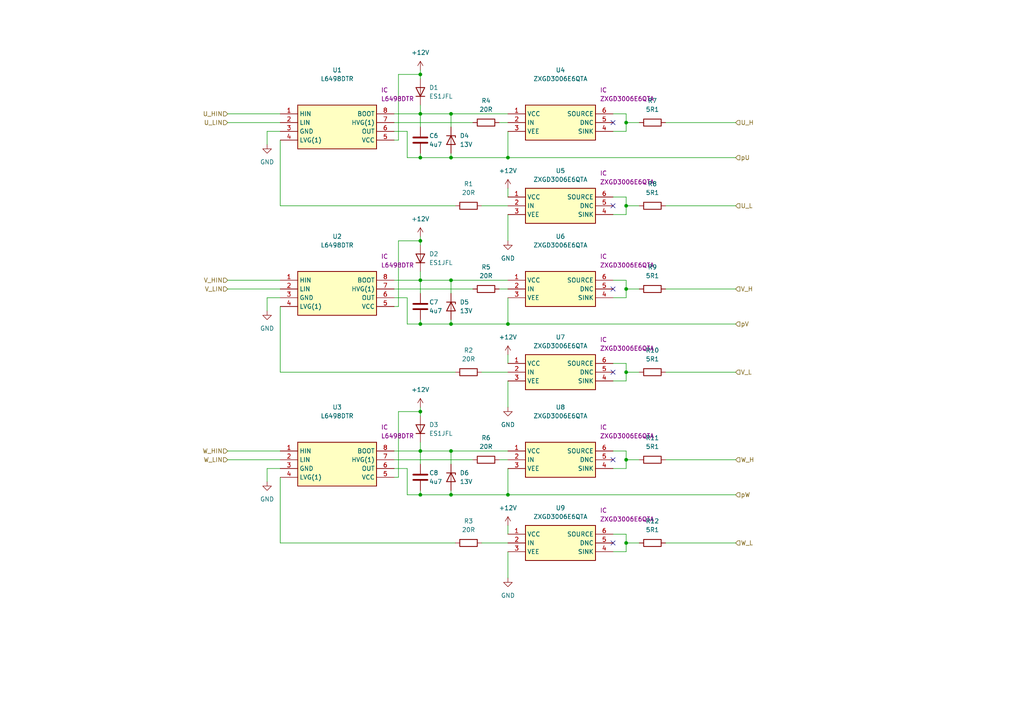
<source format=kicad_sch>
(kicad_sch (version 20211123) (generator eeschema)
  (paper "A4")
  (lib_symbols
    (symbol "Device:C" (pin_numbers hide) (pin_names (offset 0.254))
      (property "Reference" "C" (at 0.635 2.54 0))
      (property "Value" "C" (at 0.635 -2.54 0))
      (symbol "C_0_1"
        (polyline (pts (xy -2.032 -0.762) (xy 2.032 -0.762)) (stroke (width 0.508)))
        (polyline (pts (xy -2.032 0.762) (xy 2.032 0.762)) (stroke (width 0.508)))
      )
      (symbol "C_1_1"
        (pin passive line (at 0 3.81 270) (length 2.794) (name "~") (number "1"))
        (pin passive line (at 0 -3.81 90) (length 2.794) (name "~") (number "2"))
      )
    )
    (symbol "Device:D" (pin_numbers hide) (pin_names (offset 1.016) hide)
      (property "Reference" "D" (at 0 2.54 0))
      (property "Value" "D" (at 0 -2.54 0))
      (symbol "D_0_1"
        (polyline (pts (xy -1.27 1.27) (xy -1.27 -1.27)) (stroke (width 0.254)))
        (polyline (pts (xy 1.27 0) (xy -1.27 0)))
        (polyline (pts (xy 1.27 1.27) (xy 1.27 -1.27) (xy -1.27 0) (xy 1.27 1.27)) (stroke (width 0.254)))
      )
      (symbol "D_1_1"
        (pin passive line (at -3.81 0 0) (length 2.54) (name "K") (number "1"))
        (pin passive line (at 3.81 0 180) (length 2.54) (name "A") (number "2"))
      )
    )
    (symbol "Device:D_Zener" (pin_numbers hide) (pin_names (offset 1.016) hide)
      (property "Reference" "D" (at 0 2.54 0))
      (property "Value" "D_Zener" (at 0 -2.54 0))
      (symbol "D_Zener_0_1"
        (polyline (pts (xy 1.27 0) (xy -1.27 0)))
        (polyline (pts (xy -1.27 -1.27) (xy -1.27 1.27) (xy -0.762 1.27)) (stroke (width 0.254)))
        (polyline (pts (xy 1.27 -1.27) (xy 1.27 1.27) (xy -1.27 0) (xy 1.27 -1.27)) (stroke (width 0.254)))
      )
      (symbol "D_Zener_1_1"
        (pin passive line (at -3.81 0 0) (length 2.54) (name "K") (number "1"))
        (pin passive line (at 3.81 0 180) (length 2.54) (name "A") (number "2"))
      )
    )
    (symbol "Device:R" (pin_numbers hide) (pin_names (offset 0))
      (property "Reference" "R" (at 2.032 0 90))
      (property "Value" "R" (at 0 0 90))
      (symbol "R_0_1"
        (rectangle (start -1.016 -2.54) (end 1.016 2.54) (stroke (width 0.254)))
      )
      (symbol "R_1_1"
        (pin passive line (at 0 3.81 270) (length 1.27) (name "~") (number "1"))
        (pin passive line (at 0 -3.81 90) (length 1.27) (name "~") (number "2"))
      )
    )
    (symbol "MAG_Gate_Drivers:L6498DTR"
      (property "Value" "L6498DTR" (at 0 0 0))
      (property "Reference_1" "IC" (at 29.21 7.62 0))
      (property "Value_1" "L6498DTR" (at 29.21 5.08 0))
      (symbol "L6498DTR_1_1"
        (rectangle (start 5.08 2.54) (end 27.94 -10.16) (stroke (width 0.254)) (fill (type background)))
        (pin passive line (at 0 0 0) (length 5.08) (name "HIN") (number "1"))
        (pin passive line (at 0 -2.54 0) (length 5.08) (name "LIN") (number "2"))
        (pin passive line (at 0 -5.08 0) (length 5.08) (name "GND") (number "3"))
        (pin passive line (at 0 -7.62 0) (length 5.08) (name "LVG(1)") (number "4"))
        (pin passive line (at 33.02 -7.62 180) (length 5.08) (name "VCC") (number "5"))
        (pin passive line (at 33.02 -5.08 180) (length 5.08) (name "OUT") (number "6"))
        (pin passive line (at 33.02 -2.54 180) (length 5.08) (name "HVG(1)") (number "7"))
        (pin passive line (at 33.02 0 180) (length 5.08) (name "BOOT") (number "8"))
      )
    )
    (symbol "MAG_Gate_Drivers:ZXGD3006E6QTA"
      (property "Value" "ZXGD3006E6QTA" (at 0 0 0))
      (property "Reference_1" "IC" (at 26.67 7.62 0))
      (property "Value_1" "ZXGD3006E6QTA" (at 26.67 5.08 0))
      (symbol "ZXGD3006E6QTA_1_1"
        (rectangle (start 5.08 2.54) (end 25.4 -7.62) (stroke (width 0.254)) (fill (type background)))
        (pin passive line (at 0 0 0) (length 5.08) (name "VCC") (number "1"))
        (pin passive line (at 0 -2.54 0) (length 5.08) (name "IN") (number "2"))
        (pin passive line (at 0 -5.08 0) (length 5.08) (name "VEE") (number "3"))
        (pin passive line (at 30.48 -5.08 180) (length 5.08) (name "SINK") (number "4"))
        (pin passive line (at 30.48 -2.54 180) (length 5.08) (name "DNC") (number "5"))
        (pin passive line (at 30.48 0 180) (length 5.08) (name "SOURCE") (number "6"))
      )
    )
    (symbol "power:+12V" (power) (pin_names (offset 0))
      (property "Value" "+12V" (at 0 3.556 0))
      (symbol "+12V_0_1"
        (polyline (pts (xy -0.762 1.27) (xy 0 2.54)))
        (polyline (pts (xy 0 0) (xy 0 2.54)))
        (polyline (pts (xy 0 2.54) (xy 0.762 1.27)))
      )
      (symbol "+12V_1_1"
        (pin power_in line (at 0 0 90) (length 0) hide (name "+12V") (number "1"))
      )
    )
    (symbol "power:GND" (power) (pin_names (offset 0))
      (property "Value" "GND" (at 0 -3.81 0))
      (symbol "GND_0_1"
        (polyline (pts (xy 0 0) (xy 0 -1.27) (xy 1.27 -1.27) (xy 0 -2.54) (xy -1.27 -1.27) (xy 0 -1.27)))
      )
      (symbol "GND_1_1"
        (pin power_in line (at 0 0 270) (length 0) hide (name "GND") (number "1"))
      )
    )
  )
  (junction (at 147.32 93.98))
  (junction (at 130.81 81.28))
  (junction (at 181.61 133.35))
  (junction (at 121.92 81.28))
  (junction (at 121.92 45.72))
  (junction (at 130.81 93.98))
  (junction (at 130.81 45.72))
  (junction (at 181.61 107.95))
  (junction (at 181.61 59.69))
  (junction (at 181.61 157.48))
  (junction (at 121.92 21.59))
  (junction (at 121.92 33.02))
  (junction (at 121.92 93.98))
  (junction (at 121.92 143.51))
  (junction (at 130.81 130.81))
  (junction (at 147.32 143.51))
  (junction (at 130.81 143.51))
  (junction (at 121.92 119.38))
  (junction (at 130.81 33.02))
  (junction (at 121.92 130.81))
  (junction (at 147.32 45.72))
  (junction (at 121.92 69.85))
  (junction (at 181.61 83.82))
  (junction (at 181.61 35.56))
  (no_connect (at 177.8 157.48))
  (no_connect (at 177.8 35.56))
  (no_connect (at 177.8 133.35))
  (no_connect (at 177.8 59.69))
  (no_connect (at 177.8 83.82))
  (no_connect (at 177.8 107.95))
  (wire (pts (xy 185.42 83.82) (xy 181.61 83.82)))
  (wire (pts (xy 147.32 38.1) (xy 147.32 45.72)))
  (wire (pts (xy 121.92 69.85) (xy 121.92 71.12)))
  (wire (pts (xy 147.32 143.51) (xy 213.36 143.51)))
  (wire (pts (xy 115.57 21.59) (xy 121.92 21.59)))
  (wire (pts (xy 130.81 143.51) (xy 147.32 143.51)))
  (wire (pts (xy 130.81 33.02) (xy 130.81 36.83)))
  (wire (pts (xy 139.7 59.69) (xy 147.32 59.69)))
  (wire (pts (xy 115.57 88.9) (xy 115.57 69.85)))
  (wire (pts (xy 193.04 107.95) (xy 213.36 107.95)))
  (wire (pts (xy 177.8 57.15) (xy 181.61 57.15)))
  (wire (pts (xy 177.8 135.89) (xy 181.61 135.89)))
  (wire (pts (xy 121.92 143.51) (xy 130.81 143.51)))
  (wire (pts (xy 114.3 130.81) (xy 121.92 130.81)))
  (wire (pts (xy 81.28 135.89) (xy 77.47 135.89)))
  (wire (pts (xy 114.3 86.36) (xy 118.11 86.36)))
  (wire (pts (xy 118.11 86.36) (xy 118.11 93.98)))
  (wire (pts (xy 114.3 33.02) (xy 121.92 33.02)))
  (wire (pts (xy 66.04 83.82) (xy 81.28 83.82)))
  (wire (pts (xy 132.08 107.95) (xy 81.28 107.95)))
  (wire (pts (xy 114.3 35.56) (xy 137.16 35.56)))
  (wire (pts (xy 181.61 107.95) (xy 181.61 105.41)))
  (wire (pts (xy 147.32 45.72) (xy 213.36 45.72)))
  (wire (pts (xy 193.04 157.48) (xy 213.36 157.48)))
  (wire (pts (xy 147.32 93.98) (xy 213.36 93.98)))
  (wire (pts (xy 147.32 62.23) (xy 147.32 69.85)))
  (wire (pts (xy 177.8 154.94) (xy 181.61 154.94)))
  (wire (pts (xy 185.42 107.95) (xy 181.61 107.95)))
  (wire (pts (xy 130.81 93.98) (xy 147.32 93.98)))
  (wire (pts (xy 81.28 86.36) (xy 77.47 86.36)))
  (wire (pts (xy 185.42 35.56) (xy 181.61 35.56)))
  (wire (pts (xy 181.61 133.35) (xy 181.61 130.81)))
  (wire (pts (xy 121.92 130.81) (xy 121.92 134.62)))
  (wire (pts (xy 121.92 21.59) (xy 121.92 22.86)))
  (wire (pts (xy 114.3 135.89) (xy 118.11 135.89)))
  (wire (pts (xy 130.81 92.71) (xy 130.81 93.98)))
  (wire (pts (xy 81.28 107.95) (xy 81.28 88.9)))
  (wire (pts (xy 193.04 83.82) (xy 213.36 83.82)))
  (wire (pts (xy 114.3 138.43) (xy 115.57 138.43)))
  (wire (pts (xy 193.04 133.35) (xy 213.36 133.35)))
  (wire (pts (xy 181.61 62.23) (xy 181.61 59.69)))
  (wire (pts (xy 185.42 157.48) (xy 181.61 157.48)))
  (wire (pts (xy 139.7 107.95) (xy 147.32 107.95)))
  (wire (pts (xy 115.57 138.43) (xy 115.57 119.38)))
  (wire (pts (xy 147.32 135.89) (xy 147.32 143.51)))
  (wire (pts (xy 181.61 135.89) (xy 181.61 133.35)))
  (wire (pts (xy 118.11 135.89) (xy 118.11 143.51)))
  (wire (pts (xy 118.11 38.1) (xy 118.11 45.72)))
  (wire (pts (xy 181.61 38.1) (xy 181.61 35.56)))
  (wire (pts (xy 177.8 130.81) (xy 181.61 130.81)))
  (wire (pts (xy 115.57 40.64) (xy 115.57 21.59)))
  (wire (pts (xy 121.92 93.98) (xy 130.81 93.98)))
  (wire (pts (xy 114.3 88.9) (xy 115.57 88.9)))
  (wire (pts (xy 121.92 81.28) (xy 130.81 81.28)))
  (wire (pts (xy 77.47 135.89) (xy 77.47 139.7)))
  (wire (pts (xy 130.81 33.02) (xy 147.32 33.02)))
  (wire (pts (xy 130.81 44.45) (xy 130.81 45.72)))
  (wire (pts (xy 81.28 59.69) (xy 81.28 40.64)))
  (wire (pts (xy 144.78 83.82) (xy 147.32 83.82)))
  (wire (pts (xy 177.8 110.49) (xy 181.61 110.49)))
  (wire (pts (xy 147.32 160.02) (xy 147.32 167.64)))
  (wire (pts (xy 130.81 81.28) (xy 147.32 81.28)))
  (wire (pts (xy 177.8 160.02) (xy 181.61 160.02)))
  (wire (pts (xy 181.61 157.48) (xy 181.61 154.94)))
  (wire (pts (xy 193.04 35.56) (xy 213.36 35.56)))
  (wire (pts (xy 147.32 86.36) (xy 147.32 93.98)))
  (wire (pts (xy 144.78 133.35) (xy 147.32 133.35)))
  (wire (pts (xy 181.61 110.49) (xy 181.61 107.95)))
  (wire (pts (xy 181.61 83.82) (xy 181.61 81.28)))
  (wire (pts (xy 121.92 81.28) (xy 121.92 85.09)))
  (wire (pts (xy 118.11 45.72) (xy 121.92 45.72)))
  (wire (pts (xy 139.7 157.48) (xy 147.32 157.48)))
  (wire (pts (xy 114.3 83.82) (xy 137.16 83.82)))
  (wire (pts (xy 121.92 33.02) (xy 130.81 33.02)))
  (wire (pts (xy 177.8 38.1) (xy 181.61 38.1)))
  (wire (pts (xy 177.8 86.36) (xy 181.61 86.36)))
  (wire (pts (xy 177.8 33.02) (xy 181.61 33.02)))
  (wire (pts (xy 132.08 59.69) (xy 81.28 59.69)))
  (wire (pts (xy 193.04 59.69) (xy 213.36 59.69)))
  (wire (pts (xy 121.92 45.72) (xy 130.81 45.72)))
  (wire (pts (xy 81.28 38.1) (xy 77.47 38.1)))
  (wire (pts (xy 147.32 102.87) (xy 147.32 105.41)))
  (wire (pts (xy 132.08 157.48) (xy 81.28 157.48)))
  (wire (pts (xy 121.92 130.81) (xy 130.81 130.81)))
  (wire (pts (xy 114.3 133.35) (xy 137.16 133.35)))
  (wire (pts (xy 147.32 110.49) (xy 147.32 118.11)))
  (wire (pts (xy 114.3 40.64) (xy 115.57 40.64)))
  (wire (pts (xy 121.92 44.45) (xy 121.92 45.72)))
  (wire (pts (xy 177.8 62.23) (xy 181.61 62.23)))
  (wire (pts (xy 115.57 69.85) (xy 121.92 69.85)))
  (wire (pts (xy 81.28 157.48) (xy 81.28 138.43)))
  (wire (pts (xy 130.81 45.72) (xy 147.32 45.72)))
  (wire (pts (xy 181.61 160.02) (xy 181.61 157.48)))
  (wire (pts (xy 66.04 133.35) (xy 81.28 133.35)))
  (wire (pts (xy 121.92 92.71) (xy 121.92 93.98)))
  (wire (pts (xy 121.92 142.24) (xy 121.92 143.51)))
  (wire (pts (xy 147.32 152.4) (xy 147.32 154.94)))
  (wire (pts (xy 181.61 86.36) (xy 181.61 83.82)))
  (wire (pts (xy 118.11 93.98) (xy 121.92 93.98)))
  (wire (pts (xy 130.81 130.81) (xy 147.32 130.81)))
  (wire (pts (xy 77.47 38.1) (xy 77.47 41.91)))
  (wire (pts (xy 121.92 119.38) (xy 121.92 120.65)))
  (wire (pts (xy 114.3 81.28) (xy 121.92 81.28)))
  (wire (pts (xy 66.04 33.02) (xy 81.28 33.02)))
  (wire (pts (xy 121.92 33.02) (xy 121.92 36.83)))
  (wire (pts (xy 77.47 86.36) (xy 77.47 90.17)))
  (wire (pts (xy 181.61 35.56) (xy 181.61 33.02)))
  (wire (pts (xy 66.04 130.81) (xy 81.28 130.81)))
  (wire (pts (xy 185.42 133.35) (xy 181.61 133.35)))
  (wire (pts (xy 130.81 81.28) (xy 130.81 85.09)))
  (wire (pts (xy 147.32 54.61) (xy 147.32 57.15)))
  (wire (pts (xy 185.42 59.69) (xy 181.61 59.69)))
  (wire (pts (xy 114.3 38.1) (xy 118.11 38.1)))
  (wire (pts (xy 118.11 143.51) (xy 121.92 143.51)))
  (wire (pts (xy 121.92 118.11) (xy 121.92 119.38)))
  (wire (pts (xy 66.04 81.28) (xy 81.28 81.28)))
  (wire (pts (xy 144.78 35.56) (xy 147.32 35.56)))
  (wire (pts (xy 121.92 20.32) (xy 121.92 21.59)))
  (wire (pts (xy 130.81 142.24) (xy 130.81 143.51)))
  (wire (pts (xy 121.92 128.27) (xy 121.92 130.81)))
  (wire (pts (xy 66.04 35.56) (xy 81.28 35.56)))
  (wire (pts (xy 177.8 81.28) (xy 181.61 81.28)))
  (wire (pts (xy 181.61 59.69) (xy 181.61 57.15)))
  (wire (pts (xy 177.8 105.41) (xy 181.61 105.41)))
  (wire (pts (xy 121.92 30.48) (xy 121.92 33.02)))
  (wire (pts (xy 130.81 130.81) (xy 130.81 134.62)))
  (wire (pts (xy 121.92 78.74) (xy 121.92 81.28)))
  (wire (pts (xy 115.57 119.38) (xy 121.92 119.38)))
  (wire (pts (xy 121.92 68.58) (xy 121.92 69.85)))
  (hierarchical_label "pU" (shape input) (at 213.36 45.72 0))
  (hierarchical_label "W_H" (shape input) (at 213.36 133.35 0))
  (hierarchical_label "W_L" (shape input) (at 213.36 157.48 0))
  (hierarchical_label "pV" (shape input) (at 213.36 93.98 0))
  (hierarchical_label "V_HIN" (shape input) (at 66.04 81.28 180))
  (hierarchical_label "pW" (shape input) (at 213.36 143.51 0))
  (hierarchical_label "V_LIN" (shape input) (at 66.04 83.82 180))
  (hierarchical_label "V_L" (shape input) (at 213.36 107.95 0))
  (hierarchical_label "V_H" (shape input) (at 213.36 83.82 0))
  (hierarchical_label "W_HIN" (shape input) (at 66.04 130.81 180))
  (hierarchical_label "U_H" (shape input) (at 213.36 35.56 0))
  (hierarchical_label "U_HIN" (shape input) (at 66.04 33.02 180))
  (hierarchical_label "W_LIN" (shape input) (at 66.04 133.35 180))
  (hierarchical_label "U_LIN" (shape input) (at 66.04 35.56 180))
  (hierarchical_label "U_L" (shape input) (at 213.36 59.69 0))
  (symbol (lib_id "Device:R") (at 140.97 133.35 90) (unit 1)
    (property "Reference" "R6" (at 140.97 127 90))
    (property "Value" "20R" (at 140.97 129.54 90))
    (property "Footprint" "Resistor_SMD:R_0603_1608Metric" (effects hide))
  )
  (symbol (lib_id "Device:C") (at 121.92 138.43 0) (unit 1)
    (property "Reference" "C8" (at 124.46 137.16 0) (effects (justify left)))
    (property "Value" "4u7" (at 124.46 139.7 0) (effects (justify left)))
    (property "Footprint" "Capacitor_SMD:C_0603_1608Metric" (effects hide))
    (property "Manufacturer_Name" "Murata" (effects hide))
    (property "Manufacturer_Part_Number" "GRT188C81E475KE13D " (effects hide))
  )
  (symbol (lib_id "Device:R") (at 189.23 59.69 90) (unit 1)
    (property "Reference" "R8" (at 189.23 53.34 90))
    (property "Value" "5R1" (at 189.23 55.88 90))
    (property "Footprint" "Resistor_SMD:R_0805_2012Metric" (effects hide))
  )
  (symbol (lib_id "power:+12V") (at 147.32 54.61 0) (unit 1)
    (property "Reference" "#PWR0115" (effects hide))
    (property "Value" "+12V" (at 147.32 49.53 0))
  )
  (symbol (lib_id "Device:R") (at 189.23 35.56 90) (unit 1)
    (property "Reference" "R7" (at 189.23 29.21 90))
    (property "Value" "5R1" (at 189.23 31.75 90))
    (property "Footprint" "Resistor_SMD:R_0805_2012Metric" (effects hide))
  )
  (symbol (lib_id "Device:R") (at 189.23 107.95 90) (unit 1)
    (property "Reference" "R10" (at 189.23 101.6 90))
    (property "Value" "5R1" (at 189.23 104.14 90))
    (property "Footprint" "Resistor_SMD:R_0805_2012Metric" (effects hide))
  )
  (symbol (lib_id "MAG_Gate_Drivers:ZXGD3006E6QTA") (at 147.32 81.28 0) (unit 1)
    (property "Reference" "U6" (at 162.56 68.58 0))
    (property "Value" "ZXGD3006E6QTA" (at 162.56 71.12 0))
    (property "Footprint" "MAG_Gate_Drivers:SOT95P285X140-6N" (effects hide))
    (property "Reference_1" "IC" (at 173.99 73.66 0) (effects (justify left top)))
    (property "Value_1" "ZXGD3006E6QTA" (at 173.99 76.2 0) (effects (justify left top)))
    (property "Footprint_1" "SOT95P285X140-6N" (effects hide))
    (property "Datasheet_1" "https://www.diodes.com/assets/Datasheets/ZXGD3006E6.pdf" (effects hide))
    (property "Height" "1.4" (effects hide))
    (property "Mouser Part Number" "621-ZXGD3006E6QTA" (effects hide))
    (property "Mouser Price/Stock" "https://www.mouser.co.uk/ProductDetail/Diodes-Incorporated/ZXGD3006E6QTA?qs=%252Bk6%2F5FB6qrkSqHfjmaZYTQ%3D%3D" (effects hide))
    (property "Manufacturer_Name" "Diodes Inc." (effects hide))
    (property "Manufacturer_Part_Number" "ZXGD3006E6QTA" (effects hide))
  )
  (symbol (lib_id "MAG_Gate_Drivers:ZXGD3006E6QTA") (at 147.32 33.02 0) (unit 1)
    (property "Reference" "U4" (at 162.56 20.32 0))
    (property "Value" "ZXGD3006E6QTA" (at 162.56 22.86 0))
    (property "Footprint" "MAG_Gate_Drivers:SOT95P285X140-6N" (effects hide))
    (property "Reference_1" "IC" (at 173.99 25.4 0) (effects (justify left top)))
    (property "Value_1" "ZXGD3006E6QTA" (at 173.99 27.94 0) (effects (justify left top)))
    (property "Footprint_1" "SOT95P285X140-6N" (effects hide))
    (property "Datasheet_1" "https://www.diodes.com/assets/Datasheets/ZXGD3006E6.pdf" (effects hide))
    (property "Height" "1.4" (effects hide))
    (property "Mouser Part Number" "621-ZXGD3006E6QTA" (effects hide))
    (property "Mouser Price/Stock" "https://www.mouser.co.uk/ProductDetail/Diodes-Incorporated/ZXGD3006E6QTA?qs=%252Bk6%2F5FB6qrkSqHfjmaZYTQ%3D%3D" (effects hide))
    (property "Manufacturer_Name" "Diodes Inc." (effects hide))
    (property "Manufacturer_Part_Number" "ZXGD3006E6QTA" (effects hide))
  )
  (symbol (lib_id "Device:D") (at 121.92 26.67 90) (unit 1)
    (property "Reference" "D1" (at 124.46 25.3999 90) (effects (justify right)))
    (property "Value" "ES1JFL" (at 124.46 27.9399 90) (effects (justify right)))
    (property "Footprint" "Diode_SMD:D_SOD-123F" (effects hide))
  )
  (symbol (lib_id "MAG_Gate_Drivers:ZXGD3006E6QTA") (at 147.32 105.41 0) (unit 1)
    (property "Reference" "U7" (at 162.56 97.79 0))
    (property "Value" "ZXGD3006E6QTA" (at 162.56 100.33 0))
    (property "Footprint" "MAG_Gate_Drivers:SOT95P285X140-6N" (effects hide))
    (property "Reference_1" "IC" (at 173.99 97.79 0) (effects (justify left top)))
    (property "Value_1" "ZXGD3006E6QTA" (at 173.99 100.33 0) (effects (justify left top)))
    (property "Footprint_1" "SOT95P285X140-6N" (effects hide))
    (property "Datasheet_1" "https://www.diodes.com/assets/Datasheets/ZXGD3006E6.pdf" (effects hide))
    (property "Height" "1.4" (effects hide))
    (property "Mouser Part Number" "621-ZXGD3006E6QTA" (effects hide))
    (property "Mouser Price/Stock" "https://www.mouser.co.uk/ProductDetail/Diodes-Incorporated/ZXGD3006E6QTA?qs=%252Bk6%2F5FB6qrkSqHfjmaZYTQ%3D%3D" (effects hide))
    (property "Manufacturer_Name" "Diodes Inc." (effects hide))
    (property "Manufacturer_Part_Number" "ZXGD3006E6QTA" (effects hide))
  )
  (symbol (lib_id "power:+12V") (at 147.32 152.4 0) (unit 1)
    (property "Reference" "#PWR0116" (effects hide))
    (property "Value" "+12V" (at 147.32 147.32 0))
  )
  (symbol (lib_id "Device:D_Zener") (at 130.81 40.64 270) (unit 1)
    (property "Reference" "D4" (at 133.35 39.3699 90) (effects (justify left)))
    (property "Value" "13V" (at 133.35 41.9099 90) (effects (justify left)))
    (property "Footprint" "Diode_SMD:D_SOD-523" (effects hide))
  )
  (symbol (lib_id "Device:R") (at 140.97 35.56 90) (unit 1)
    (property "Reference" "R4" (at 140.97 29.21 90))
    (property "Value" "20R" (at 140.97 31.75 90))
    (property "Footprint" "Resistor_SMD:R_0603_1608Metric" (effects hide))
  )
  (symbol (lib_id "MAG_Gate_Drivers:L6498DTR") (at 81.28 33.02 0) (unit 1)
    (property "Reference" "U1" (at 97.79 20.32 0))
    (property "Value" "L6498DTR" (at 97.79 22.86 0))
    (property "Footprint" "MAG_Gate_Drivers:SOT127P600X175-8N" (effects hide))
    (property "Reference_1" "IC" (at 110.49 25.4 0) (effects (justify left top)))
    (property "Value_1" "L6498DTR" (at 110.49 27.94 0) (effects (justify left top)))
    (property "Footprint_1" "SOT127P600X175-8N" (effects hide))
    (property "Datasheet_1" "https://componentsearchengine.com/Datasheets/1/L6498DTR.pdf" (effects hide))
    (property "Height" "1.75" (effects hide))
    (property "Mouser Part Number" "511-L6498DTR" (effects hide))
    (property "Mouser Price/Stock" "https://www.mouser.co.uk/ProductDetail/STMicroelectronics/L6498DTR?qs=1mbolxNpo8cBQ4gaQBVxYA%3D%3D" (effects hide))
    (property "Manufacturer_Name" "STMicroelectronics" (effects hide))
    (property "Manufacturer_Part_Number" "L6498DTR" (effects hide))
  )
  (symbol (lib_id "Device:R") (at 189.23 157.48 90) (unit 1)
    (property "Reference" "R12" (at 189.23 151.13 90))
    (property "Value" "5R1" (at 189.23 153.67 90))
    (property "Footprint" "Resistor_SMD:R_0805_2012Metric" (effects hide))
  )
  (symbol (lib_id "power:GND") (at 77.47 90.17 0) (unit 1)
    (property "Reference" "#PWR0110" (effects hide))
    (property "Value" "GND" (at 77.47 95.25 0))
  )
  (symbol (lib_id "power:GND") (at 147.32 118.11 0) (unit 1)
    (property "Reference" "#PWR0117" (effects hide))
    (property "Value" "GND" (at 147.32 123.19 0))
  )
  (symbol (lib_id "Device:R") (at 135.89 157.48 90) (unit 1)
    (property "Reference" "R3" (at 135.89 151.13 90))
    (property "Value" "20R" (at 135.89 153.67 90))
    (property "Footprint" "Resistor_SMD:R_0603_1608Metric" (effects hide))
  )
  (symbol (lib_id "Device:D_Zener") (at 130.81 138.43 270) (unit 1)
    (property "Reference" "D6" (at 133.35 137.1599 90) (effects (justify left)))
    (property "Value" "13V" (at 133.35 139.6999 90) (effects (justify left)))
    (property "Footprint" "Diode_SMD:D_SOD-523" (effects hide))
  )
  (symbol (lib_id "Device:D_Zener") (at 130.81 88.9 270) (unit 1)
    (property "Reference" "D5" (at 133.35 87.6299 90) (effects (justify left)))
    (property "Value" "13V" (at 133.35 90.1699 90) (effects (justify left)))
    (property "Footprint" "Diode_SMD:D_SOD-523" (effects hide))
  )
  (symbol (lib_id "power:GND") (at 147.32 69.85 0) (unit 1)
    (property "Reference" "#PWR0113" (effects hide))
    (property "Value" "GND" (at 147.32 74.93 0))
  )
  (symbol (lib_id "MAG_Gate_Drivers:L6498DTR") (at 81.28 81.28 0) (unit 1)
    (property "Reference" "U2" (at 97.79 68.58 0))
    (property "Value" "L6498DTR" (at 97.79 71.12 0))
    (property "Footprint" "MAG_Gate_Drivers:SOT127P600X175-8N" (effects hide))
    (property "Reference_1" "IC" (at 110.49 73.66 0) (effects (justify left top)))
    (property "Value_1" "L6498DTR" (at 110.49 76.2 0) (effects (justify left top)))
    (property "Footprint_1" "SOT127P600X175-8N" (effects hide))
    (property "Datasheet_1" "https://componentsearchengine.com/Datasheets/1/L6498DTR.pdf" (effects hide))
    (property "Height" "1.75" (effects hide))
    (property "Mouser Part Number" "511-L6498DTR" (effects hide))
    (property "Mouser Price/Stock" "https://www.mouser.co.uk/ProductDetail/STMicroelectronics/L6498DTR?qs=1mbolxNpo8cBQ4gaQBVxYA%3D%3D" (effects hide))
    (property "Manufacturer_Name" "STMicroelectronics" (effects hide))
    (property "Manufacturer_Part_Number" "L6498DTR" (effects hide))
  )
  (symbol (lib_id "MAG_Gate_Drivers:ZXGD3006E6QTA") (at 147.32 154.94 0) (unit 1)
    (property "Reference" "U9" (at 162.56 147.32 0))
    (property "Value" "ZXGD3006E6QTA" (at 162.56 149.86 0))
    (property "Footprint" "MAG_Gate_Drivers:SOT95P285X140-6N" (effects hide))
    (property "Reference_1" "IC" (at 173.99 147.32 0) (effects (justify left top)))
    (property "Value_1" "ZXGD3006E6QTA" (at 173.99 149.86 0) (effects (justify left top)))
    (property "Footprint_1" "SOT95P285X140-6N" (effects hide))
    (property "Datasheet_1" "https://www.diodes.com/assets/Datasheets/ZXGD3006E6.pdf" (effects hide))
    (property "Height" "1.4" (effects hide))
    (property "Mouser Part Number" "621-ZXGD3006E6QTA" (effects hide))
    (property "Mouser Price/Stock" "https://www.mouser.co.uk/ProductDetail/Diodes-Incorporated/ZXGD3006E6QTA?qs=%252Bk6%2F5FB6qrkSqHfjmaZYTQ%3D%3D" (effects hide))
    (property "Manufacturer_Name" "Diodes Inc." (effects hide))
    (property "Manufacturer_Part_Number" "ZXGD3006E6QTA" (effects hide))
  )
  (symbol (lib_id "power:+12V") (at 121.92 68.58 0) (unit 1)
    (property "Reference" "#PWR0114" (effects hide))
    (property "Value" "+12V" (at 121.92 63.5 0))
  )
  (symbol (lib_id "Device:R") (at 135.89 59.69 90) (unit 1)
    (property "Reference" "R1" (at 135.89 53.34 90))
    (property "Value" "20R" (at 135.89 55.88 90))
    (property "Footprint" "Resistor_SMD:R_0603_1608Metric" (effects hide))
  )
  (symbol (lib_id "power:+12V") (at 121.92 20.32 0) (unit 1)
    (property "Reference" "#PWR0119" (effects hide))
    (property "Value" "+12V" (at 121.92 15.24 0))
  )
  (symbol (lib_id "Device:R") (at 189.23 133.35 90) (unit 1)
    (property "Reference" "R11" (at 189.23 127 90))
    (property "Value" "5R1" (at 189.23 129.54 90))
    (property "Footprint" "Resistor_SMD:R_0805_2012Metric" (effects hide))
  )
  (symbol (lib_id "Device:D") (at 121.92 74.93 90) (unit 1)
    (property "Reference" "D2" (at 124.46 73.6599 90) (effects (justify right)))
    (property "Value" "ES1JFL" (at 124.46 76.1999 90) (effects (justify right)))
    (property "Footprint" "Diode_SMD:D_SOD-123F" (effects hide))
  )
  (symbol (lib_id "Device:D") (at 121.92 124.46 90) (unit 1)
    (property "Reference" "D3" (at 124.46 123.1899 90) (effects (justify right)))
    (property "Value" "ES1JFL" (at 124.46 125.7299 90) (effects (justify right)))
    (property "Footprint" "Diode_SMD:D_SOD-123F" (effects hide))
  )
  (symbol (lib_id "power:+12V") (at 121.92 118.11 0) (unit 1)
    (property "Reference" "#PWR0111" (effects hide))
    (property "Value" "+12V" (at 121.92 113.03 0))
  )
  (symbol (lib_id "Device:C") (at 121.92 40.64 0) (unit 1)
    (property "Reference" "C6" (at 124.46 39.37 0) (effects (justify left)))
    (property "Value" "4u7" (at 124.46 41.91 0) (effects (justify left)))
    (property "Footprint" "Capacitor_SMD:C_0603_1608Metric" (effects hide))
    (property "Manufacturer_Name" "Murata" (effects hide))
    (property "Manufacturer_Part_Number" "GRT188C81E475KE13D " (effects hide))
  )
  (symbol (lib_id "Device:C") (at 121.92 88.9 0) (unit 1)
    (property "Reference" "C7" (at 124.46 87.63 0) (effects (justify left)))
    (property "Value" "4u7" (at 124.46 90.17 0) (effects (justify left)))
    (property "Footprint" "Capacitor_SMD:C_0603_1608Metric" (effects hide))
    (property "Manufacturer_Name" "Murata" (effects hide))
    (property "Manufacturer_Part_Number" "GRT188C81E475KE13D " (effects hide))
  )
  (symbol (lib_id "power:+12V") (at 147.32 102.87 0) (unit 1)
    (property "Reference" "#PWR0112" (effects hide))
    (property "Value" "+12V" (at 147.32 97.79 0))
  )
  (symbol (lib_id "MAG_Gate_Drivers:L6498DTR") (at 81.28 130.81 0) (unit 1)
    (property "Reference" "U3" (at 97.79 118.11 0))
    (property "Value" "L6498DTR" (at 97.79 120.65 0))
    (property "Footprint" "MAG_Gate_Drivers:SOT127P600X175-8N" (effects hide))
    (property "Reference_1" "IC" (at 110.49 123.19 0) (effects (justify left top)))
    (property "Value_1" "L6498DTR" (at 110.49 125.73 0) (effects (justify left top)))
    (property "Footprint_1" "SOT127P600X175-8N" (effects hide))
    (property "Datasheet_1" "https://componentsearchengine.com/Datasheets/1/L6498DTR.pdf" (effects hide))
    (property "Height" "1.75" (effects hide))
    (property "Mouser Part Number" "511-L6498DTR" (effects hide))
    (property "Mouser Price/Stock" "https://www.mouser.co.uk/ProductDetail/STMicroelectronics/L6498DTR?qs=1mbolxNpo8cBQ4gaQBVxYA%3D%3D" (effects hide))
    (property "Manufacturer_Name" "STMicroelectronics" (effects hide))
    (property "Manufacturer_Part_Number" "L6498DTR" (effects hide))
  )
  (symbol (lib_id "MAG_Gate_Drivers:ZXGD3006E6QTA") (at 147.32 57.15 0) (unit 1)
    (property "Reference" "U5" (at 162.56 49.53 0))
    (property "Value" "ZXGD3006E6QTA" (at 162.56 52.07 0))
    (property "Footprint" "MAG_Gate_Drivers:SOT95P285X140-6N" (effects hide))
    (property "Reference_1" "IC" (at 173.99 49.53 0) (effects (justify left top)))
    (property "Value_1" "ZXGD3006E6QTA" (at 173.99 52.07 0) (effects (justify left top)))
    (property "Footprint_1" "SOT95P285X140-6N" (effects hide))
    (property "Datasheet_1" "https://www.diodes.com/assets/Datasheets/ZXGD3006E6.pdf" (effects hide))
    (property "Height" "1.4" (effects hide))
    (property "Mouser Part Number" "621-ZXGD3006E6QTA" (effects hide))
    (property "Mouser Price/Stock" "https://www.mouser.co.uk/ProductDetail/Diodes-Incorporated/ZXGD3006E6QTA?qs=%252Bk6%2F5FB6qrkSqHfjmaZYTQ%3D%3D" (effects hide))
    (property "Manufacturer_Name" "Diodes Inc." (effects hide))
    (property "Manufacturer_Part_Number" "ZXGD3006E6QTA" (effects hide))
  )
  (symbol (lib_id "Device:R") (at 140.97 83.82 90) (unit 1)
    (property "Reference" "R5" (at 140.97 77.47 90))
    (property "Value" "20R" (at 140.97 80.01 90))
    (property "Footprint" "Resistor_SMD:R_0603_1608Metric" (effects hide))
  )
  (symbol (lib_id "power:GND") (at 77.47 139.7 0) (unit 1)
    (property "Reference" "#PWR0121" (effects hide))
    (property "Value" "GND" (at 77.47 144.78 0))
  )
  (symbol (lib_id "power:GND") (at 147.32 167.64 0) (unit 1)
    (property "Reference" "#PWR0120" (effects hide))
    (property "Value" "GND" (at 147.32 172.72 0))
  )
  (symbol (lib_id "power:GND") (at 77.47 41.91 0) (unit 1)
    (property "Reference" "#PWR0118" (effects hide))
    (property "Value" "GND" (at 77.47 46.99 0))
  )
  (symbol (lib_id "MAG_Gate_Drivers:ZXGD3006E6QTA") (at 147.32 130.81 0) (unit 1)
    (property "Reference" "U8" (at 162.56 118.11 0))
    (property "Value" "ZXGD3006E6QTA" (at 162.56 120.65 0))
    (property "Footprint" "MAG_Gate_Drivers:SOT95P285X140-6N" (effects hide))
    (property "Reference_1" "IC" (at 173.99 123.19 0) (effects (justify left top)))
    (property "Value_1" "ZXGD3006E6QTA" (at 173.99 125.73 0) (effects (justify left top)))
    (property "Footprint_1" "SOT95P285X140-6N" (effects hide))
    (property "Datasheet_1" "https://www.diodes.com/assets/Datasheets/ZXGD3006E6.pdf" (effects hide))
    (property "Height" "1.4" (effects hide))
    (property "Mouser Part Number" "621-ZXGD3006E6QTA" (effects hide))
    (property "Mouser Price/Stock" "https://www.mouser.co.uk/ProductDetail/Diodes-Incorporated/ZXGD3006E6QTA?qs=%252Bk6%2F5FB6qrkSqHfjmaZYTQ%3D%3D" (effects hide))
    (property "Manufacturer_Name" "Diodes Inc." (effects hide))
    (property "Manufacturer_Part_Number" "ZXGD3006E6QTA" (effects hide))
  )
  (symbol (lib_id "Device:R") (at 135.89 107.95 90) (unit 1)
    (property "Reference" "R2" (at 135.89 101.6 90))
    (property "Value" "20R" (at 135.89 104.14 90))
    (property "Footprint" "Resistor_SMD:R_0603_1608Metric" (effects hide))
  )
  (symbol (lib_id "Device:R") (at 189.23 83.82 90) (unit 1)
    (property "Reference" "R9" (at 189.23 77.47 90))
    (property "Value" "5R1" (at 189.23 80.01 90))
    (property "Footprint" "Resistor_SMD:R_0805_2012Metric" (effects hide))
  )
)
</source>
